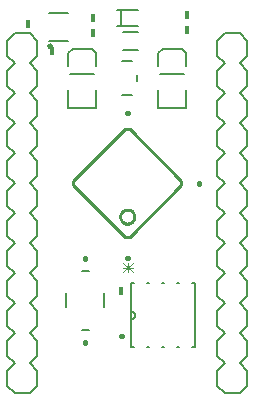
<source format=gbo>
G75*
G70*
%OFA0B0*%
%FSLAX24Y24*%
%IPPOS*%
%LPD*%
%AMOC8*
5,1,8,0,0,1.08239X$1,22.5*
%
%ADD10C,0.0080*%
%ADD11C,0.0050*%
%ADD12C,0.0160*%
%ADD13R,0.0160X0.0280*%
%ADD14C,0.0100*%
%ADD15C,0.0060*%
%ADD16C,0.0030*%
D10*
X001243Y000390D02*
X001493Y000140D01*
X001993Y000140D01*
X002243Y000390D01*
X002243Y000890D01*
X001993Y001140D01*
X002243Y001390D01*
X002243Y001890D01*
X001993Y002140D01*
X002243Y002390D01*
X002243Y002890D01*
X001993Y003140D01*
X002243Y003390D01*
X002243Y003890D01*
X001993Y004140D01*
X002243Y004390D01*
X002243Y004890D01*
X001993Y005140D01*
X002243Y005390D01*
X002243Y005890D01*
X001993Y006140D01*
X002243Y006390D01*
X002243Y006890D01*
X001993Y007140D01*
X002243Y007390D01*
X002243Y007890D01*
X001993Y008140D01*
X002243Y008390D01*
X002243Y008890D01*
X001993Y009140D01*
X002243Y009390D01*
X002243Y009890D01*
X001993Y010140D01*
X002243Y010390D01*
X002243Y010890D01*
X001993Y011140D01*
X002243Y011390D01*
X002243Y011890D01*
X001993Y012140D01*
X001493Y012140D01*
X001243Y011890D01*
X001243Y011390D01*
X001493Y011140D01*
X001243Y010890D01*
X001243Y010390D01*
X001493Y010140D01*
X001243Y009890D01*
X001243Y009390D01*
X001493Y009140D01*
X001243Y008890D01*
X001243Y008390D01*
X001493Y008140D01*
X001243Y007890D01*
X001243Y007390D01*
X001493Y007140D01*
X001243Y006890D01*
X001243Y006390D01*
X001493Y006140D01*
X001243Y005890D01*
X001243Y005390D01*
X001493Y005140D01*
X001243Y004890D01*
X001243Y004390D01*
X001493Y004140D01*
X001243Y003890D01*
X001243Y003390D01*
X001493Y003140D01*
X001243Y002890D01*
X001243Y002390D01*
X001493Y002140D01*
X001243Y001890D01*
X001243Y001390D01*
X001493Y001140D01*
X001243Y000890D01*
X001243Y000390D01*
X003213Y003004D02*
X003213Y003476D01*
X003725Y004224D02*
X003961Y004224D01*
X004473Y003476D02*
X004473Y003004D01*
X003961Y002256D02*
X003725Y002256D01*
X008243Y002390D02*
X008493Y002140D01*
X008243Y001890D01*
X008243Y001390D01*
X008493Y001140D01*
X008243Y000890D01*
X008243Y000390D01*
X008493Y000140D01*
X008993Y000140D01*
X009243Y000390D01*
X009243Y000890D01*
X008993Y001140D01*
X009243Y001390D01*
X009243Y001890D01*
X008993Y002140D01*
X009243Y002390D01*
X009243Y002890D01*
X008993Y003140D01*
X009243Y003390D01*
X009243Y003890D01*
X008993Y004140D01*
X009243Y004390D01*
X009243Y004890D01*
X008993Y005140D01*
X009243Y005390D01*
X009243Y005890D01*
X008993Y006140D01*
X009243Y006390D01*
X009243Y006890D01*
X008993Y007140D01*
X009243Y007390D01*
X009243Y007890D01*
X008993Y008140D01*
X009243Y008390D01*
X009243Y008890D01*
X008993Y009140D01*
X009243Y009390D01*
X009243Y009890D01*
X008993Y010140D01*
X009243Y010390D01*
X009243Y010890D01*
X008993Y011140D01*
X009243Y011390D01*
X009243Y011890D01*
X008993Y012140D01*
X008493Y012140D01*
X008243Y011890D01*
X008243Y011390D01*
X008493Y011140D01*
X008243Y010890D01*
X008243Y010390D01*
X008493Y010140D01*
X008243Y009890D01*
X008243Y009390D01*
X008493Y009140D01*
X008243Y008890D01*
X008243Y008390D01*
X008493Y008140D01*
X008243Y007890D01*
X008243Y007390D01*
X008493Y007140D01*
X008243Y006890D01*
X008243Y006390D01*
X008493Y006140D01*
X008243Y005890D01*
X008243Y005390D01*
X008493Y005140D01*
X008243Y004890D01*
X008243Y004390D01*
X008493Y004140D01*
X008243Y003890D01*
X008243Y003390D01*
X008493Y003140D01*
X008243Y002890D01*
X008243Y002390D01*
X007215Y009656D02*
X006270Y009656D01*
X006270Y010246D01*
X006270Y011034D02*
X006270Y011467D01*
X006428Y011624D01*
X007058Y011624D01*
X007215Y011467D01*
X007215Y011034D01*
X007215Y010246D02*
X007215Y009656D01*
X005562Y010534D02*
X005562Y010746D01*
X005412Y011200D02*
X005074Y011200D01*
X005093Y011590D02*
X005593Y011590D01*
X005593Y012190D02*
X005093Y012190D01*
X005046Y012384D02*
X005046Y012896D01*
X005597Y012896D01*
X005597Y012384D02*
X005046Y012384D01*
X004888Y012384D01*
X004888Y012896D02*
X005046Y012896D01*
X004058Y011624D02*
X004215Y011467D01*
X004215Y011034D01*
X004058Y011624D02*
X003428Y011624D01*
X003270Y011467D01*
X003270Y011034D01*
X003258Y011868D02*
X002628Y011868D01*
X002611Y011710D02*
X002613Y011724D01*
X002619Y011738D01*
X002627Y011750D01*
X002639Y011758D01*
X002653Y011764D01*
X002667Y011766D01*
X002681Y011764D01*
X002695Y011758D01*
X002707Y011750D01*
X002715Y011738D01*
X002721Y011724D01*
X002723Y011710D01*
X002721Y011696D01*
X002715Y011682D01*
X002707Y011670D01*
X002695Y011662D01*
X002681Y011656D01*
X002667Y011654D01*
X002653Y011656D01*
X002639Y011662D01*
X002627Y011670D01*
X002619Y011682D01*
X002613Y011696D01*
X002611Y011710D01*
X002628Y012812D02*
X003258Y012812D01*
X003270Y010246D02*
X003270Y009656D01*
X004215Y009656D01*
X004215Y010246D01*
X005074Y010080D02*
X005412Y010080D01*
D11*
X006343Y010790D02*
X007143Y010790D01*
X004143Y010790D02*
X003343Y010790D01*
X002667Y011710D02*
X002667Y011749D01*
X002628Y011749D01*
D12*
X005231Y009490D02*
X005255Y009490D01*
X007643Y007152D02*
X007643Y007128D01*
X005255Y004640D02*
X005231Y004640D01*
X003843Y004652D02*
X003843Y004628D01*
X005031Y002040D02*
X005055Y002040D01*
X003843Y001852D02*
X003843Y001828D01*
D13*
X005043Y003540D03*
X002743Y011540D03*
X001943Y012440D03*
X004093Y012640D03*
X004093Y012140D03*
X007243Y012240D03*
X007243Y012740D03*
D14*
X005319Y008943D02*
X005166Y008943D01*
X003440Y007217D01*
X003440Y007063D01*
X005166Y005337D01*
X005319Y005337D01*
X007045Y007063D01*
X007045Y007217D01*
X005319Y008943D01*
X005007Y006026D02*
X005009Y006056D01*
X005015Y006086D01*
X005024Y006115D01*
X005037Y006142D01*
X005054Y006167D01*
X005073Y006190D01*
X005096Y006211D01*
X005121Y006228D01*
X005147Y006242D01*
X005176Y006252D01*
X005205Y006259D01*
X005235Y006262D01*
X005266Y006261D01*
X005296Y006256D01*
X005325Y006247D01*
X005352Y006235D01*
X005378Y006220D01*
X005402Y006201D01*
X005423Y006179D01*
X005441Y006155D01*
X005456Y006128D01*
X005467Y006100D01*
X005475Y006071D01*
X005479Y006041D01*
X005479Y006011D01*
X005475Y005981D01*
X005467Y005952D01*
X005456Y005924D01*
X005441Y005897D01*
X005423Y005873D01*
X005402Y005851D01*
X005378Y005832D01*
X005352Y005817D01*
X005325Y005805D01*
X005296Y005796D01*
X005266Y005791D01*
X005235Y005790D01*
X005205Y005793D01*
X005176Y005800D01*
X005147Y005810D01*
X005121Y005824D01*
X005096Y005841D01*
X005073Y005862D01*
X005054Y005885D01*
X005037Y005910D01*
X005024Y005937D01*
X005015Y005966D01*
X005009Y005996D01*
X005007Y006026D01*
D15*
X005383Y003800D02*
X005483Y003800D01*
X005383Y003800D02*
X005383Y002860D01*
X005383Y002620D01*
X005383Y001680D01*
X005483Y001680D01*
X005903Y001680D02*
X005983Y001680D01*
X006403Y001680D02*
X006483Y001680D01*
X006903Y001680D02*
X006983Y001680D01*
X007403Y001680D02*
X007503Y001680D01*
X007503Y003800D01*
X007403Y003800D01*
X006983Y003800D02*
X006903Y003800D01*
X006483Y003800D02*
X006403Y003800D01*
X005983Y003800D02*
X005903Y003800D01*
X005383Y002860D02*
X005404Y002858D01*
X005424Y002853D01*
X005443Y002844D01*
X005460Y002832D01*
X005475Y002817D01*
X005487Y002800D01*
X005496Y002781D01*
X005501Y002761D01*
X005503Y002740D01*
X005501Y002719D01*
X005496Y002699D01*
X005487Y002680D01*
X005475Y002663D01*
X005460Y002648D01*
X005443Y002636D01*
X005424Y002627D01*
X005404Y002622D01*
X005383Y002620D01*
D16*
X005429Y004171D02*
X005116Y004485D01*
X005116Y004328D02*
X005429Y004328D01*
X005429Y004485D02*
X005116Y004171D01*
X005273Y004171D02*
X005273Y004485D01*
M02*

</source>
